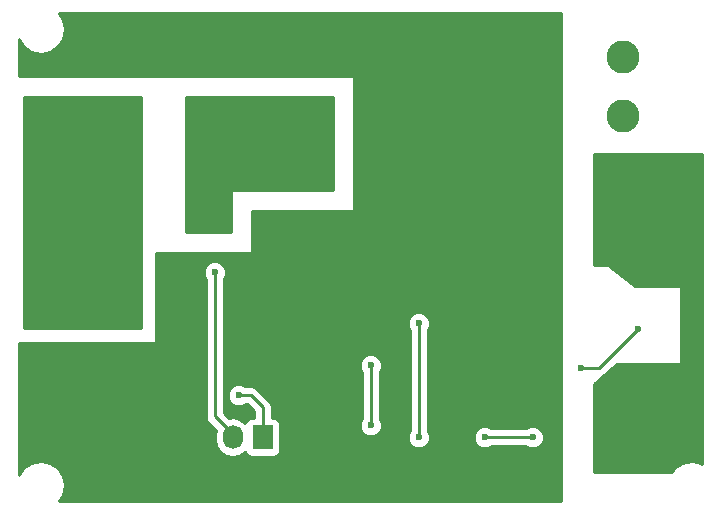
<source format=gbl>
%TF.GenerationSoftware,KiCad,Pcbnew,4.0.1-2.fc23-product*%
%TF.CreationDate,2015-12-31T19:29:04+01:00*%
%TF.ProjectId,sunpowered,73756E706F77657265642E6B69636164,rev?*%
%TF.FileFunction,Copper,L2,Bot,Signal*%
%FSLAX46Y46*%
G04 Gerber Fmt 4.6, Leading zero omitted, Abs format (unit mm)*
G04 Created by KiCad (PCBNEW 4.0.1-2.fc23-product) date Thu 31 Dec 2015 19:29:04 CET*
%MOMM*%
G01*
G04 APERTURE LIST*
%ADD10C,0.100000*%
%ADD11C,2.794000*%
%ADD12C,2.349500*%
%ADD13R,1.727200X2.032000*%
%ADD14O,1.727200X2.032000*%
%ADD15C,0.600000*%
%ADD16C,0.250000*%
%ADD17C,0.254000*%
G04 APERTURE END LIST*
D10*
D11*
X108712000Y-109768000D03*
X108712000Y-114768000D03*
X108712000Y-124928000D03*
X108712000Y-119928000D03*
D12*
X121452640Y-101092000D03*
X126532640Y-101092000D03*
X111213900Y-101092000D03*
X106133900Y-101092000D03*
X123992640Y-98552000D03*
X123992640Y-103632000D03*
X108673900Y-98552000D03*
X108673900Y-103632000D03*
D11*
X153924000Y-108926000D03*
X153924000Y-103926000D03*
X153924000Y-93766000D03*
X153924000Y-98766000D03*
D13*
X123444000Y-125984000D03*
D14*
X120904000Y-125984000D03*
X118364000Y-125984000D03*
X115824000Y-125984000D03*
D15*
X150368000Y-120142000D03*
X155194000Y-116840000D03*
X136652000Y-116332000D03*
X136652000Y-125984000D03*
X121412000Y-122428000D03*
X132588000Y-119888000D03*
X132588000Y-124968000D03*
X105410000Y-105410000D03*
X105410000Y-106426000D03*
X106426000Y-106426000D03*
X106426000Y-105410000D03*
X107442000Y-105410000D03*
X107442000Y-106426000D03*
X109982000Y-106426000D03*
X110998000Y-106426000D03*
X112014000Y-106426000D03*
X112014000Y-105410000D03*
X110998000Y-105410000D03*
X109982000Y-105410000D03*
X117856000Y-104394000D03*
X118872000Y-104394000D03*
X118872000Y-105410000D03*
X119888000Y-105410000D03*
X119888000Y-106426000D03*
X118872000Y-106426000D03*
X117856000Y-106426000D03*
X117856000Y-105410000D03*
X117856000Y-107442000D03*
X118872000Y-107442000D03*
X119888000Y-107442000D03*
X119380000Y-112014000D03*
X159512000Y-112014000D03*
X159512000Y-110998000D03*
X152400000Y-127254000D03*
X152400000Y-128270000D03*
X153416000Y-128270000D03*
X153416000Y-127254000D03*
X154432000Y-127254000D03*
X154432000Y-128270000D03*
X155448000Y-128270000D03*
X155448000Y-127254000D03*
X156464000Y-127254000D03*
X156464000Y-128270000D03*
X157480000Y-128270000D03*
X157480000Y-127254000D03*
X158496000Y-127254000D03*
X159512000Y-127254000D03*
X159512000Y-126238000D03*
X159512000Y-125222000D03*
X159512000Y-124206000D03*
X159512000Y-123190000D03*
X159512000Y-122174000D03*
X159512000Y-121158000D03*
X159512000Y-113284000D03*
X159512000Y-114300000D03*
X159512000Y-115316000D03*
X159512000Y-116332000D03*
X159512000Y-117348000D03*
X159512000Y-118364000D03*
X159512000Y-119380000D03*
X159512000Y-120396000D03*
X156464000Y-112014000D03*
X156464000Y-110998000D03*
X155448000Y-112014000D03*
X157480000Y-110998000D03*
X157480000Y-112014000D03*
X158496000Y-112014000D03*
X158496000Y-110998000D03*
X158496000Y-109982000D03*
X159512000Y-109982000D03*
X158496000Y-108966000D03*
X159512000Y-108966000D03*
X158496000Y-107950000D03*
X159512000Y-107950000D03*
X158496000Y-106934000D03*
X159512000Y-106934000D03*
X158496000Y-105918000D03*
X159512000Y-105918000D03*
X158496000Y-104902000D03*
X159512000Y-104902000D03*
X158496000Y-103886000D03*
X159512000Y-103886000D03*
X146304000Y-125984000D03*
X142240000Y-125984000D03*
D16*
X151892000Y-120142000D02*
X150368000Y-120142000D01*
X155194000Y-116840000D02*
X151892000Y-120142000D01*
X136652000Y-125984000D02*
X136652000Y-116332000D01*
X123444000Y-125984000D02*
X123444000Y-123444000D01*
X123444000Y-123444000D02*
X122428000Y-122428000D01*
X122428000Y-122428000D02*
X121412000Y-122428000D01*
X132588000Y-124968000D02*
X132588000Y-119888000D01*
X108673900Y-103632000D02*
X108673900Y-104101900D01*
X108673900Y-104101900D02*
X109982000Y-105410000D01*
X106426000Y-106426000D02*
X105410000Y-106426000D01*
X107442000Y-105410000D02*
X106426000Y-105410000D01*
X109982000Y-106426000D02*
X107442000Y-106426000D01*
X112014000Y-106426000D02*
X110998000Y-106426000D01*
X110998000Y-105410000D02*
X112014000Y-105410000D01*
X108673900Y-103632000D02*
X108673900Y-109729900D01*
X108673900Y-109729900D02*
X108712000Y-109768000D01*
X121452640Y-101092000D02*
X121158000Y-101092000D01*
X121158000Y-101092000D02*
X117856000Y-104394000D01*
X118872000Y-104394000D02*
X118872000Y-105410000D01*
X119888000Y-105410000D02*
X119888000Y-106426000D01*
X118872000Y-106426000D02*
X117856000Y-106426000D01*
X117856000Y-105410000D02*
X117856000Y-107442000D01*
X118872000Y-107442000D02*
X119888000Y-107442000D01*
X120904000Y-125984000D02*
X120904000Y-125730000D01*
X120904000Y-125730000D02*
X119380000Y-124206000D01*
X119380000Y-124206000D02*
X119380000Y-112014000D01*
X118364000Y-125984000D02*
X115824000Y-125984000D01*
X159512000Y-112014000D02*
X159512000Y-110998000D01*
X152400000Y-128270000D02*
X153416000Y-128270000D01*
X153416000Y-127254000D02*
X154432000Y-127254000D01*
X154432000Y-128270000D02*
X155448000Y-128270000D01*
X155448000Y-127254000D02*
X156464000Y-127254000D01*
X156464000Y-128270000D02*
X157480000Y-128270000D01*
X157480000Y-127254000D02*
X158496000Y-127254000D01*
X159512000Y-127254000D02*
X159512000Y-126238000D01*
X159512000Y-125222000D02*
X159512000Y-124206000D01*
X159512000Y-123190000D02*
X159512000Y-122174000D01*
X152400000Y-127254000D02*
X152400000Y-125730000D01*
X159512000Y-114300000D02*
X159512000Y-113284000D01*
X159512000Y-116332000D02*
X159512000Y-115316000D01*
X159512000Y-118364000D02*
X159512000Y-117348000D01*
X159512000Y-120396000D02*
X159512000Y-119380000D01*
X156464000Y-110998000D02*
X157480000Y-110998000D01*
X156464000Y-112014000D02*
X156464000Y-110998000D01*
X157480000Y-110998000D02*
X158496000Y-110998000D01*
X158496000Y-110998000D02*
X158496000Y-109982000D01*
X159512000Y-109982000D02*
X158496000Y-109982000D01*
X158456000Y-108926000D02*
X158496000Y-108966000D01*
X158456000Y-108926000D02*
X153924000Y-108926000D01*
X159512000Y-107950000D02*
X158496000Y-107950000D01*
X158496000Y-106934000D02*
X154472000Y-103926000D01*
X159512000Y-105918000D02*
X158496000Y-105918000D01*
X157520000Y-103926000D02*
X158496000Y-104902000D01*
X157520000Y-103926000D02*
X153924000Y-103926000D01*
X159512000Y-103886000D02*
X158496000Y-103886000D01*
X153924000Y-103926000D02*
X154472000Y-103926000D01*
X142240000Y-125984000D02*
X146304000Y-125984000D01*
D17*
G36*
X113157000Y-116713000D02*
X103251000Y-116713000D01*
X103251000Y-97155000D01*
X113157000Y-97155000D01*
X113157000Y-116713000D01*
X113157000Y-116713000D01*
G37*
X113157000Y-116713000D02*
X103251000Y-116713000D01*
X103251000Y-97155000D01*
X113157000Y-97155000D01*
X113157000Y-116713000D01*
G36*
X129413000Y-105029000D02*
X120904000Y-105029000D01*
X120854590Y-105039006D01*
X120812965Y-105067447D01*
X120785685Y-105109841D01*
X120777000Y-105156000D01*
X120777000Y-108585000D01*
X116967000Y-108585000D01*
X116967000Y-97155000D01*
X129413000Y-97155000D01*
X129413000Y-105029000D01*
X129413000Y-105029000D01*
G37*
X129413000Y-105029000D02*
X120904000Y-105029000D01*
X120854590Y-105039006D01*
X120812965Y-105067447D01*
X120785685Y-105109841D01*
X120777000Y-105156000D01*
X120777000Y-108585000D01*
X116967000Y-108585000D01*
X116967000Y-97155000D01*
X129413000Y-97155000D01*
X129413000Y-105029000D01*
G36*
X148717000Y-131395000D02*
X106165963Y-131395000D01*
X106541843Y-130832455D01*
X106697881Y-130048000D01*
X106541843Y-129263545D01*
X106097485Y-128598515D01*
X105432455Y-128154157D01*
X104648000Y-127998119D01*
X103863545Y-128154157D01*
X103198515Y-128598515D01*
X102793000Y-129205412D01*
X102793000Y-117983000D01*
X114300000Y-117983000D01*
X114349410Y-117972994D01*
X114391035Y-117944553D01*
X114418315Y-117902159D01*
X114427000Y-117856000D01*
X114427000Y-112199167D01*
X118444838Y-112199167D01*
X118586883Y-112542943D01*
X118620000Y-112576118D01*
X118620000Y-124206000D01*
X118677852Y-124496839D01*
X118842599Y-124743401D01*
X119487203Y-125388005D01*
X119405400Y-125799255D01*
X119405400Y-126168745D01*
X119519474Y-126742234D01*
X119844330Y-127228415D01*
X120330511Y-127553271D01*
X120904000Y-127667345D01*
X121477489Y-127553271D01*
X121963670Y-127228415D01*
X121973243Y-127214087D01*
X121977238Y-127235317D01*
X122116310Y-127451441D01*
X122328510Y-127596431D01*
X122580400Y-127647440D01*
X124307600Y-127647440D01*
X124542917Y-127603162D01*
X124759041Y-127464090D01*
X124904031Y-127251890D01*
X124955040Y-127000000D01*
X124955040Y-124968000D01*
X124910762Y-124732683D01*
X124771690Y-124516559D01*
X124559490Y-124371569D01*
X124307600Y-124320560D01*
X124204000Y-124320560D01*
X124204000Y-123444000D01*
X124146148Y-123153161D01*
X123981401Y-122906599D01*
X122965401Y-121890599D01*
X122718839Y-121725852D01*
X122428000Y-121668000D01*
X121974463Y-121668000D01*
X121942327Y-121635808D01*
X121598799Y-121493162D01*
X121226833Y-121492838D01*
X120883057Y-121634883D01*
X120619808Y-121897673D01*
X120477162Y-122241201D01*
X120476838Y-122613167D01*
X120618883Y-122956943D01*
X120881673Y-123220192D01*
X121225201Y-123362838D01*
X121597167Y-123363162D01*
X121940943Y-123221117D01*
X121974118Y-123188000D01*
X122113198Y-123188000D01*
X122684000Y-123758802D01*
X122684000Y-124320560D01*
X122580400Y-124320560D01*
X122345083Y-124364838D01*
X122128959Y-124503910D01*
X121983969Y-124716110D01*
X121975600Y-124757439D01*
X121963670Y-124739585D01*
X121477489Y-124414729D01*
X120904000Y-124300655D01*
X120608279Y-124359477D01*
X120140000Y-123891198D01*
X120140000Y-120073167D01*
X131652838Y-120073167D01*
X131794883Y-120416943D01*
X131828000Y-120450118D01*
X131828000Y-124405537D01*
X131795808Y-124437673D01*
X131653162Y-124781201D01*
X131652838Y-125153167D01*
X131794883Y-125496943D01*
X132057673Y-125760192D01*
X132401201Y-125902838D01*
X132773167Y-125903162D01*
X133116943Y-125761117D01*
X133380192Y-125498327D01*
X133522838Y-125154799D01*
X133523162Y-124782833D01*
X133381117Y-124439057D01*
X133348000Y-124405882D01*
X133348000Y-120450463D01*
X133380192Y-120418327D01*
X133522838Y-120074799D01*
X133523162Y-119702833D01*
X133381117Y-119359057D01*
X133118327Y-119095808D01*
X132774799Y-118953162D01*
X132402833Y-118952838D01*
X132059057Y-119094883D01*
X131795808Y-119357673D01*
X131653162Y-119701201D01*
X131652838Y-120073167D01*
X120140000Y-120073167D01*
X120140000Y-116517167D01*
X135716838Y-116517167D01*
X135858883Y-116860943D01*
X135892000Y-116894118D01*
X135892000Y-125421537D01*
X135859808Y-125453673D01*
X135717162Y-125797201D01*
X135716838Y-126169167D01*
X135858883Y-126512943D01*
X136121673Y-126776192D01*
X136465201Y-126918838D01*
X136837167Y-126919162D01*
X137180943Y-126777117D01*
X137444192Y-126514327D01*
X137586838Y-126170799D01*
X137586839Y-126169167D01*
X141304838Y-126169167D01*
X141446883Y-126512943D01*
X141709673Y-126776192D01*
X142053201Y-126918838D01*
X142425167Y-126919162D01*
X142768943Y-126777117D01*
X142802118Y-126744000D01*
X145741537Y-126744000D01*
X145773673Y-126776192D01*
X146117201Y-126918838D01*
X146489167Y-126919162D01*
X146832943Y-126777117D01*
X147096192Y-126514327D01*
X147238838Y-126170799D01*
X147239162Y-125798833D01*
X147097117Y-125455057D01*
X146834327Y-125191808D01*
X146490799Y-125049162D01*
X146118833Y-125048838D01*
X145775057Y-125190883D01*
X145741882Y-125224000D01*
X142802463Y-125224000D01*
X142770327Y-125191808D01*
X142426799Y-125049162D01*
X142054833Y-125048838D01*
X141711057Y-125190883D01*
X141447808Y-125453673D01*
X141305162Y-125797201D01*
X141304838Y-126169167D01*
X137586839Y-126169167D01*
X137587162Y-125798833D01*
X137445117Y-125455057D01*
X137412000Y-125421882D01*
X137412000Y-116894463D01*
X137444192Y-116862327D01*
X137586838Y-116518799D01*
X137587162Y-116146833D01*
X137445117Y-115803057D01*
X137182327Y-115539808D01*
X136838799Y-115397162D01*
X136466833Y-115396838D01*
X136123057Y-115538883D01*
X135859808Y-115801673D01*
X135717162Y-116145201D01*
X135716838Y-116517167D01*
X120140000Y-116517167D01*
X120140000Y-112576463D01*
X120172192Y-112544327D01*
X120314838Y-112200799D01*
X120315162Y-111828833D01*
X120173117Y-111485057D01*
X119910327Y-111221808D01*
X119566799Y-111079162D01*
X119194833Y-111078838D01*
X118851057Y-111220883D01*
X118587808Y-111483673D01*
X118445162Y-111827201D01*
X118444838Y-112199167D01*
X114427000Y-112199167D01*
X114427000Y-110363000D01*
X122428000Y-110363000D01*
X122477410Y-110352994D01*
X122519035Y-110324553D01*
X122546315Y-110282159D01*
X122555000Y-110236000D01*
X122555000Y-106807000D01*
X131064000Y-106807000D01*
X131113410Y-106796994D01*
X131155035Y-106768553D01*
X131182315Y-106726159D01*
X131191000Y-106680000D01*
X131191000Y-95504000D01*
X131180994Y-95454590D01*
X131152553Y-95412965D01*
X131110159Y-95385685D01*
X131064000Y-95377000D01*
X102793000Y-95377000D01*
X102793000Y-92282588D01*
X103198515Y-92889485D01*
X103863545Y-93333843D01*
X104648000Y-93489881D01*
X105432455Y-93333843D01*
X106097485Y-92889485D01*
X106541843Y-92224455D01*
X106697881Y-91440000D01*
X106541843Y-90655545D01*
X106165963Y-90093000D01*
X148717000Y-90093000D01*
X148717000Y-131395000D01*
X148717000Y-131395000D01*
G37*
X148717000Y-131395000D02*
X106165963Y-131395000D01*
X106541843Y-130832455D01*
X106697881Y-130048000D01*
X106541843Y-129263545D01*
X106097485Y-128598515D01*
X105432455Y-128154157D01*
X104648000Y-127998119D01*
X103863545Y-128154157D01*
X103198515Y-128598515D01*
X102793000Y-129205412D01*
X102793000Y-117983000D01*
X114300000Y-117983000D01*
X114349410Y-117972994D01*
X114391035Y-117944553D01*
X114418315Y-117902159D01*
X114427000Y-117856000D01*
X114427000Y-112199167D01*
X118444838Y-112199167D01*
X118586883Y-112542943D01*
X118620000Y-112576118D01*
X118620000Y-124206000D01*
X118677852Y-124496839D01*
X118842599Y-124743401D01*
X119487203Y-125388005D01*
X119405400Y-125799255D01*
X119405400Y-126168745D01*
X119519474Y-126742234D01*
X119844330Y-127228415D01*
X120330511Y-127553271D01*
X120904000Y-127667345D01*
X121477489Y-127553271D01*
X121963670Y-127228415D01*
X121973243Y-127214087D01*
X121977238Y-127235317D01*
X122116310Y-127451441D01*
X122328510Y-127596431D01*
X122580400Y-127647440D01*
X124307600Y-127647440D01*
X124542917Y-127603162D01*
X124759041Y-127464090D01*
X124904031Y-127251890D01*
X124955040Y-127000000D01*
X124955040Y-124968000D01*
X124910762Y-124732683D01*
X124771690Y-124516559D01*
X124559490Y-124371569D01*
X124307600Y-124320560D01*
X124204000Y-124320560D01*
X124204000Y-123444000D01*
X124146148Y-123153161D01*
X123981401Y-122906599D01*
X122965401Y-121890599D01*
X122718839Y-121725852D01*
X122428000Y-121668000D01*
X121974463Y-121668000D01*
X121942327Y-121635808D01*
X121598799Y-121493162D01*
X121226833Y-121492838D01*
X120883057Y-121634883D01*
X120619808Y-121897673D01*
X120477162Y-122241201D01*
X120476838Y-122613167D01*
X120618883Y-122956943D01*
X120881673Y-123220192D01*
X121225201Y-123362838D01*
X121597167Y-123363162D01*
X121940943Y-123221117D01*
X121974118Y-123188000D01*
X122113198Y-123188000D01*
X122684000Y-123758802D01*
X122684000Y-124320560D01*
X122580400Y-124320560D01*
X122345083Y-124364838D01*
X122128959Y-124503910D01*
X121983969Y-124716110D01*
X121975600Y-124757439D01*
X121963670Y-124739585D01*
X121477489Y-124414729D01*
X120904000Y-124300655D01*
X120608279Y-124359477D01*
X120140000Y-123891198D01*
X120140000Y-120073167D01*
X131652838Y-120073167D01*
X131794883Y-120416943D01*
X131828000Y-120450118D01*
X131828000Y-124405537D01*
X131795808Y-124437673D01*
X131653162Y-124781201D01*
X131652838Y-125153167D01*
X131794883Y-125496943D01*
X132057673Y-125760192D01*
X132401201Y-125902838D01*
X132773167Y-125903162D01*
X133116943Y-125761117D01*
X133380192Y-125498327D01*
X133522838Y-125154799D01*
X133523162Y-124782833D01*
X133381117Y-124439057D01*
X133348000Y-124405882D01*
X133348000Y-120450463D01*
X133380192Y-120418327D01*
X133522838Y-120074799D01*
X133523162Y-119702833D01*
X133381117Y-119359057D01*
X133118327Y-119095808D01*
X132774799Y-118953162D01*
X132402833Y-118952838D01*
X132059057Y-119094883D01*
X131795808Y-119357673D01*
X131653162Y-119701201D01*
X131652838Y-120073167D01*
X120140000Y-120073167D01*
X120140000Y-116517167D01*
X135716838Y-116517167D01*
X135858883Y-116860943D01*
X135892000Y-116894118D01*
X135892000Y-125421537D01*
X135859808Y-125453673D01*
X135717162Y-125797201D01*
X135716838Y-126169167D01*
X135858883Y-126512943D01*
X136121673Y-126776192D01*
X136465201Y-126918838D01*
X136837167Y-126919162D01*
X137180943Y-126777117D01*
X137444192Y-126514327D01*
X137586838Y-126170799D01*
X137586839Y-126169167D01*
X141304838Y-126169167D01*
X141446883Y-126512943D01*
X141709673Y-126776192D01*
X142053201Y-126918838D01*
X142425167Y-126919162D01*
X142768943Y-126777117D01*
X142802118Y-126744000D01*
X145741537Y-126744000D01*
X145773673Y-126776192D01*
X146117201Y-126918838D01*
X146489167Y-126919162D01*
X146832943Y-126777117D01*
X147096192Y-126514327D01*
X147238838Y-126170799D01*
X147239162Y-125798833D01*
X147097117Y-125455057D01*
X146834327Y-125191808D01*
X146490799Y-125049162D01*
X146118833Y-125048838D01*
X145775057Y-125190883D01*
X145741882Y-125224000D01*
X142802463Y-125224000D01*
X142770327Y-125191808D01*
X142426799Y-125049162D01*
X142054833Y-125048838D01*
X141711057Y-125190883D01*
X141447808Y-125453673D01*
X141305162Y-125797201D01*
X141304838Y-126169167D01*
X137586839Y-126169167D01*
X137587162Y-125798833D01*
X137445117Y-125455057D01*
X137412000Y-125421882D01*
X137412000Y-116894463D01*
X137444192Y-116862327D01*
X137586838Y-116518799D01*
X137587162Y-116146833D01*
X137445117Y-115803057D01*
X137182327Y-115539808D01*
X136838799Y-115397162D01*
X136466833Y-115396838D01*
X136123057Y-115538883D01*
X135859808Y-115801673D01*
X135717162Y-116145201D01*
X135716838Y-116517167D01*
X120140000Y-116517167D01*
X120140000Y-112576463D01*
X120172192Y-112544327D01*
X120314838Y-112200799D01*
X120315162Y-111828833D01*
X120173117Y-111485057D01*
X119910327Y-111221808D01*
X119566799Y-111079162D01*
X119194833Y-111078838D01*
X118851057Y-111220883D01*
X118587808Y-111483673D01*
X118445162Y-111827201D01*
X118444838Y-112199167D01*
X114427000Y-112199167D01*
X114427000Y-110363000D01*
X122428000Y-110363000D01*
X122477410Y-110352994D01*
X122519035Y-110324553D01*
X122546315Y-110282159D01*
X122555000Y-110236000D01*
X122555000Y-106807000D01*
X131064000Y-106807000D01*
X131113410Y-106796994D01*
X131155035Y-106768553D01*
X131182315Y-106726159D01*
X131191000Y-106680000D01*
X131191000Y-95504000D01*
X131180994Y-95454590D01*
X131152553Y-95412965D01*
X131110159Y-95385685D01*
X131064000Y-95377000D01*
X102793000Y-95377000D01*
X102793000Y-92282588D01*
X103198515Y-92889485D01*
X103863545Y-93333843D01*
X104648000Y-93489881D01*
X105432455Y-93333843D01*
X106097485Y-92889485D01*
X106541843Y-92224455D01*
X106697881Y-91440000D01*
X106541843Y-90655545D01*
X106165963Y-90093000D01*
X148717000Y-90093000D01*
X148717000Y-131395000D01*
G36*
X160655000Y-128224012D02*
X160550455Y-128154157D01*
X159766000Y-127998119D01*
X158981545Y-128154157D01*
X158316515Y-128598515D01*
X158111729Y-128905000D01*
X151511000Y-128905000D01*
X151511000Y-121469628D01*
X152364738Y-120722607D01*
X152429401Y-120679401D01*
X152536391Y-120572411D01*
X153463718Y-119761000D01*
X158750000Y-119761000D01*
X158799410Y-119750994D01*
X158841035Y-119722553D01*
X158868315Y-119680159D01*
X158877000Y-119634000D01*
X158877000Y-113284000D01*
X158866994Y-113234590D01*
X158838553Y-113192965D01*
X158796159Y-113165685D01*
X158750000Y-113157000D01*
X154983575Y-113157000D01*
X152731970Y-111405752D01*
X152686826Y-111383316D01*
X152654000Y-111379000D01*
X151511000Y-111379000D01*
X151511000Y-101981000D01*
X160655000Y-101981000D01*
X160655000Y-128224012D01*
X160655000Y-128224012D01*
G37*
X160655000Y-128224012D02*
X160550455Y-128154157D01*
X159766000Y-127998119D01*
X158981545Y-128154157D01*
X158316515Y-128598515D01*
X158111729Y-128905000D01*
X151511000Y-128905000D01*
X151511000Y-121469628D01*
X152364738Y-120722607D01*
X152429401Y-120679401D01*
X152536391Y-120572411D01*
X153463718Y-119761000D01*
X158750000Y-119761000D01*
X158799410Y-119750994D01*
X158841035Y-119722553D01*
X158868315Y-119680159D01*
X158877000Y-119634000D01*
X158877000Y-113284000D01*
X158866994Y-113234590D01*
X158838553Y-113192965D01*
X158796159Y-113165685D01*
X158750000Y-113157000D01*
X154983575Y-113157000D01*
X152731970Y-111405752D01*
X152686826Y-111383316D01*
X152654000Y-111379000D01*
X151511000Y-111379000D01*
X151511000Y-101981000D01*
X160655000Y-101981000D01*
X160655000Y-128224012D01*
M02*

</source>
